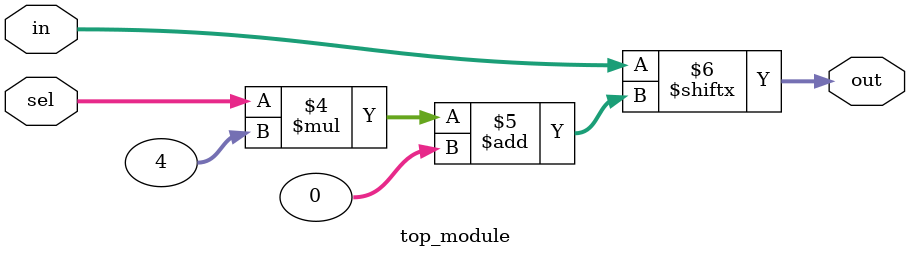
<source format=sv>
module top_module (
	input [1023:0] in,
	input [7:0] sel,
	output reg [3:0] out
);

always @(*) begin
    // Calculate starting index of the 4-bit block
    integer index;
    index = sel * 4;
    
    // Assign the 4-bit block to the output
    out = in[index +: 4];
end

endmodule

</source>
